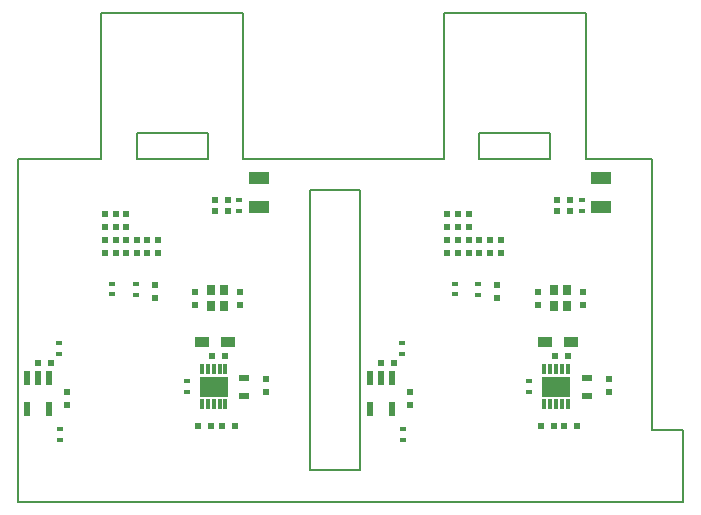
<source format=gbr>
%TF.GenerationSoftware,KiCad,Pcbnew,4.0.7*%
%TF.CreationDate,2019-06-15T20:20:24-05:00*%
%TF.ProjectId,GolfGloveMainBoardV1.0.0,476F6C66476C6F76654D61696E426F61,rev?*%
%TF.FileFunction,Paste,Bot*%
%FSLAX46Y46*%
G04 Gerber Fmt 4.6, Leading zero omitted, Abs format (unit mm)*
G04 Created by KiCad (PCBNEW 4.0.7) date 06/15/19 20:20:24*
%MOMM*%
%LPD*%
G01*
G04 APERTURE LIST*
%ADD10C,0.100000*%
%ADD11C,0.150000*%
%ADD12R,0.800000X0.900000*%
%ADD13R,1.800000X1.000000*%
%ADD14R,0.304800X0.812800*%
%ADD15R,2.387600X1.651000*%
%ADD16R,0.558800X1.270000*%
%ADD17R,0.600000X0.400000*%
%ADD18R,0.900000X0.500000*%
%ADD19R,1.200000X0.900000*%
%ADD20R,0.500000X0.600000*%
%ADD21R,0.600000X0.500000*%
G04 APERTURE END LIST*
D10*
D11*
X156650000Y-73250000D02*
X156650000Y-50250000D01*
X159250000Y-79300000D02*
X156650000Y-79300000D01*
X159250000Y-73250000D02*
X159250000Y-79300000D01*
X156650000Y-73250000D02*
X159250000Y-73250000D01*
X131900000Y-76625000D02*
X131900000Y-75525000D01*
X127650000Y-76625000D02*
X131900000Y-76625000D01*
X127650000Y-52875000D02*
X127650000Y-76625000D01*
X131900000Y-75525000D02*
X131900000Y-52875000D01*
X127650000Y-52875000D02*
X131900000Y-52875000D01*
X131900000Y-50250000D02*
X127650000Y-50250000D01*
X156650000Y-79300000D02*
X102900000Y-79300000D01*
X139000000Y-48100000D02*
X139000000Y-37900000D01*
X139000000Y-37900000D02*
X151000000Y-37900000D01*
X151000000Y-37900000D02*
X151000000Y-48100000D01*
X131900000Y-50250000D02*
X139000000Y-50250000D01*
X139000000Y-50250000D02*
X139000000Y-48100000D01*
X151000000Y-48100000D02*
X151000000Y-50250000D01*
X151000000Y-50250000D02*
X156650000Y-50250000D01*
X142000000Y-48100000D02*
X142000000Y-50275000D01*
X148000000Y-48100000D02*
X148000000Y-50250000D01*
X148000000Y-50275000D02*
X142000000Y-50275000D01*
X142000000Y-48100000D02*
X148000000Y-48100000D01*
X113000000Y-48100000D02*
X119000000Y-48100000D01*
X119000000Y-50275000D02*
X113000000Y-50275000D01*
X119000000Y-48100000D02*
X119000000Y-50250000D01*
X113000000Y-48100000D02*
X113000000Y-50275000D01*
X122000000Y-50250000D02*
X127650000Y-50250000D01*
X122000000Y-48100000D02*
X122000000Y-50250000D01*
X110000000Y-50250000D02*
X110000000Y-48100000D01*
X102900000Y-50250000D02*
X110000000Y-50250000D01*
X102900000Y-50250000D02*
X102900000Y-50350000D01*
X102900000Y-50350000D02*
X102900000Y-79300000D01*
X122000000Y-37900000D02*
X122000000Y-48100000D01*
X110000000Y-37900000D02*
X122000000Y-37900000D01*
X110000000Y-48100000D02*
X110000000Y-37900000D01*
D12*
X149400000Y-61350000D03*
X149400000Y-62750000D03*
X148300000Y-62750000D03*
X148300000Y-61350000D03*
D13*
X152325000Y-51850000D03*
X152325000Y-54350000D03*
D14*
X149490600Y-71023200D03*
X149008000Y-71023200D03*
X148500000Y-71023200D03*
X147992000Y-71023200D03*
X147509400Y-71023200D03*
X147509400Y-68076800D03*
X147992000Y-68076800D03*
X148500000Y-68076800D03*
X149008000Y-68076800D03*
X149490600Y-68076800D03*
D15*
X148500000Y-69550000D03*
D16*
X132710200Y-68829600D03*
X133650000Y-68829600D03*
X134589800Y-68829600D03*
X134589800Y-71420400D03*
X132710200Y-71420400D03*
D17*
X146225000Y-70000000D03*
X146225000Y-69100000D03*
X141900000Y-61750000D03*
X141900000Y-60850000D03*
X150650000Y-53750000D03*
X150650000Y-54650000D03*
X135425000Y-65875000D03*
X135425000Y-66775000D03*
X135500000Y-73175000D03*
X135500000Y-74075000D03*
D18*
X151075000Y-68850000D03*
X151075000Y-70350000D03*
D17*
X139925000Y-60825000D03*
X139925000Y-61725000D03*
D19*
X147525000Y-65725000D03*
X149725000Y-65725000D03*
D20*
X152950000Y-68875000D03*
X152950000Y-69975000D03*
D21*
X150300000Y-72900000D03*
X149200000Y-72900000D03*
X148375000Y-66975000D03*
X149475000Y-66975000D03*
X147200000Y-72900000D03*
X148300000Y-72900000D03*
D20*
X143500000Y-62050000D03*
X143500000Y-60950000D03*
X143800000Y-57150000D03*
X143800000Y-58250000D03*
X142900000Y-57150000D03*
X142900000Y-58250000D03*
X141100000Y-57150000D03*
X141100000Y-58250000D03*
X140200000Y-57150000D03*
X140200000Y-58250000D03*
X139300000Y-58250000D03*
X139300000Y-57150000D03*
X142000000Y-57150000D03*
X142000000Y-58250000D03*
X146950000Y-62600000D03*
X146950000Y-61500000D03*
X150750000Y-61500000D03*
X150750000Y-62600000D03*
X139300000Y-54950000D03*
X139300000Y-56050000D03*
X141100000Y-56050000D03*
X141100000Y-54950000D03*
X140200000Y-56050000D03*
X140200000Y-54950000D03*
D21*
X148600000Y-54650000D03*
X149700000Y-54650000D03*
X149700000Y-53750000D03*
X148600000Y-53750000D03*
D20*
X136125000Y-69975000D03*
X136125000Y-71075000D03*
D21*
X134750000Y-67575000D03*
X133650000Y-67575000D03*
X105750000Y-67575000D03*
X104650000Y-67575000D03*
D20*
X107125000Y-69975000D03*
X107125000Y-71075000D03*
D21*
X120700000Y-53750000D03*
X119600000Y-53750000D03*
X119600000Y-54650000D03*
X120700000Y-54650000D03*
D20*
X111200000Y-56050000D03*
X111200000Y-54950000D03*
X112100000Y-56050000D03*
X112100000Y-54950000D03*
X110300000Y-54950000D03*
X110300000Y-56050000D03*
X121750000Y-61500000D03*
X121750000Y-62600000D03*
X117950000Y-62600000D03*
X117950000Y-61500000D03*
X113000000Y-57150000D03*
X113000000Y-58250000D03*
X110300000Y-58250000D03*
X110300000Y-57150000D03*
X111200000Y-57150000D03*
X111200000Y-58250000D03*
X112100000Y-57150000D03*
X112100000Y-58250000D03*
X113900000Y-57150000D03*
X113900000Y-58250000D03*
X114800000Y-57150000D03*
X114800000Y-58250000D03*
X114500000Y-62050000D03*
X114500000Y-60950000D03*
D21*
X118200000Y-72900000D03*
X119300000Y-72900000D03*
X119375000Y-66975000D03*
X120475000Y-66975000D03*
X121300000Y-72900000D03*
X120200000Y-72900000D03*
D20*
X123950000Y-68875000D03*
X123950000Y-69975000D03*
D19*
X118525000Y-65725000D03*
X120725000Y-65725000D03*
D17*
X110925000Y-60825000D03*
X110925000Y-61725000D03*
D18*
X122075000Y-68850000D03*
X122075000Y-70350000D03*
D17*
X106500000Y-73175000D03*
X106500000Y-74075000D03*
X106425000Y-65875000D03*
X106425000Y-66775000D03*
X121650000Y-53750000D03*
X121650000Y-54650000D03*
X112900000Y-61750000D03*
X112900000Y-60850000D03*
X117225000Y-70000000D03*
X117225000Y-69100000D03*
D16*
X103710200Y-68829600D03*
X104650000Y-68829600D03*
X105589800Y-68829600D03*
X105589800Y-71420400D03*
X103710200Y-71420400D03*
D14*
X120490600Y-71023200D03*
X120008000Y-71023200D03*
X119500000Y-71023200D03*
X118992000Y-71023200D03*
X118509400Y-71023200D03*
X118509400Y-68076800D03*
X118992000Y-68076800D03*
X119500000Y-68076800D03*
X120008000Y-68076800D03*
X120490600Y-68076800D03*
D15*
X119500000Y-69550000D03*
D13*
X123325000Y-51850000D03*
X123325000Y-54350000D03*
D12*
X120400000Y-61350000D03*
X120400000Y-62750000D03*
X119300000Y-62750000D03*
X119300000Y-61350000D03*
M02*

</source>
